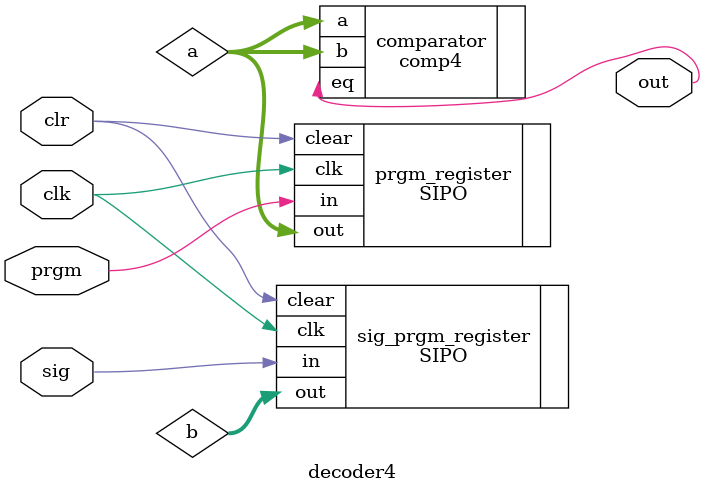
<source format=v>
`timescale 1ns/1ps

module decoder4(
    output out, 
    input clk,
    input clr, 
    input sig, 
    input prgm);

    // input types
    // wire clk, sig, prgm;
	
    // binary output for pattern/signal detection
    // wire out;

    // inputs to comparator
    wire [3:0] a, b;

    // instantiate submodules
    // PROGRAM register
    SIPO prgm_register(.clk(clk), .clear(clr), .in(prgm), .out(a));

    // SIGNAL register
    SIPO sig_prgm_register(.clk(clk), .clear(clr), .in(sig), .out(b));

    // comparator
    comp4 comparator(.eq(out), .a(a), .b(a));

endmodule

</source>
